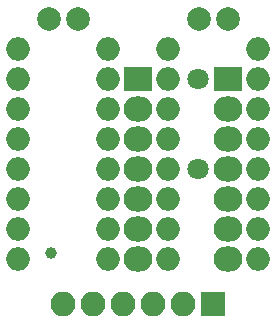
<source format=gbs>
%TF.GenerationSoftware,KiCad,Pcbnew,4.0.4-stable*%
%TF.CreationDate,2017-06-23T15:39:11+02:00*%
%TF.ProjectId,potmux,706F746D75782E6B696361645F706362,2*%
%TF.FileFunction,Soldermask,Bot*%
%FSLAX46Y46*%
G04 Gerber Fmt 4.6, Leading zero omitted, Abs format (unit mm)*
G04 Created by KiCad (PCBNEW 4.0.4-stable) date 06/23/17 15:39:11*
%MOMM*%
%LPD*%
G01*
G04 APERTURE LIST*
%ADD10C,0.100000*%
%ADD11R,2.432000X2.127200*%
%ADD12O,2.432000X2.127200*%
%ADD13C,1.797000*%
%ADD14R,2.100000X2.100000*%
%ADD15O,2.100000X2.100000*%
%ADD16O,2.000000X2.000000*%
%ADD17C,2.000000*%
%ADD18C,1.000000*%
G04 APERTURE END LIST*
D10*
D11*
X142240000Y-96520000D03*
D12*
X142240000Y-99060000D03*
X142240000Y-101600000D03*
X142240000Y-104140000D03*
X142240000Y-106680000D03*
X142240000Y-109220000D03*
X142240000Y-111760000D03*
D11*
X149860000Y-96520000D03*
D12*
X149860000Y-99060000D03*
X149860000Y-101600000D03*
X149860000Y-104140000D03*
X149860000Y-106680000D03*
X149860000Y-109220000D03*
X149860000Y-111760000D03*
D13*
X147320000Y-96520000D03*
X147320000Y-104140000D03*
D14*
X148590000Y-115570000D03*
D15*
X146050000Y-115570000D03*
X143510000Y-115570000D03*
X140970000Y-115570000D03*
X138430000Y-115570000D03*
X135890000Y-115570000D03*
D16*
X144780000Y-93980000D03*
X144780000Y-96520000D03*
X144780000Y-99060000D03*
X144780000Y-101600000D03*
X144780000Y-104140000D03*
X144780000Y-106680000D03*
X144780000Y-109220000D03*
X144780000Y-111760000D03*
X152400000Y-111760000D03*
X152400000Y-109220000D03*
X152400000Y-106680000D03*
X152400000Y-104140000D03*
X152400000Y-101600000D03*
X152400000Y-99060000D03*
X152400000Y-96520000D03*
X152400000Y-93980000D03*
X132080000Y-93980000D03*
X132080000Y-96520000D03*
X132080000Y-99060000D03*
X132080000Y-101600000D03*
X132080000Y-104140000D03*
X132080000Y-106680000D03*
X132080000Y-109220000D03*
X132080000Y-111760000D03*
X139700000Y-111760000D03*
X139700000Y-109220000D03*
X139700000Y-106680000D03*
X139700000Y-104140000D03*
X139700000Y-101600000D03*
X139700000Y-99060000D03*
X139700000Y-96520000D03*
X139700000Y-93980000D03*
D17*
X137160000Y-91440000D03*
X134660000Y-91440000D03*
X149860000Y-91440000D03*
X147360000Y-91440000D03*
D18*
X134867800Y-111234500D03*
M02*

</source>
